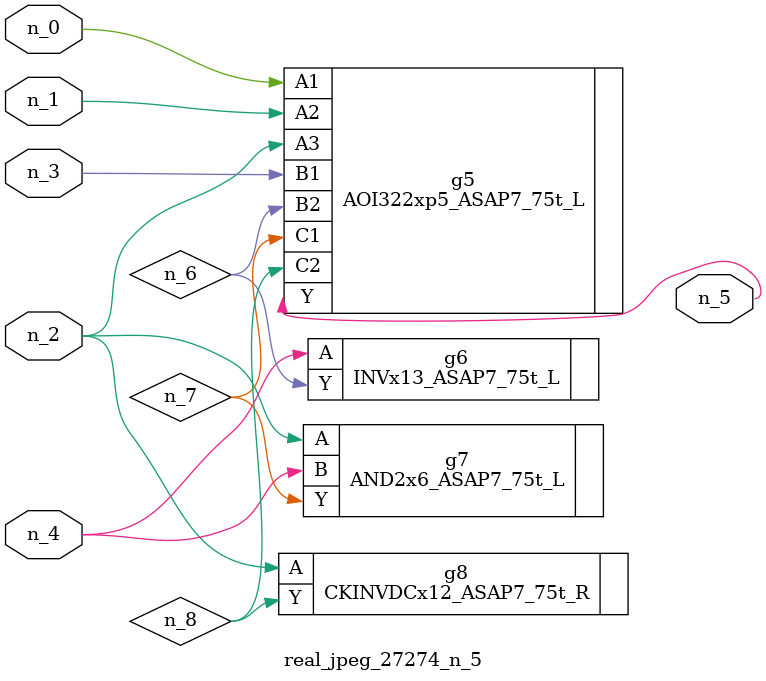
<source format=v>
module real_jpeg_27274_n_5 (n_4, n_0, n_1, n_2, n_3, n_5);

input n_4;
input n_0;
input n_1;
input n_2;
input n_3;

output n_5;

wire n_8;
wire n_6;
wire n_7;

AOI322xp5_ASAP7_75t_L g5 ( 
.A1(n_0),
.A2(n_1),
.A3(n_2),
.B1(n_3),
.B2(n_6),
.C1(n_7),
.C2(n_8),
.Y(n_5)
);

AND2x6_ASAP7_75t_L g7 ( 
.A(n_2),
.B(n_4),
.Y(n_7)
);

CKINVDCx12_ASAP7_75t_R g8 ( 
.A(n_2),
.Y(n_8)
);

INVx13_ASAP7_75t_L g6 ( 
.A(n_4),
.Y(n_6)
);


endmodule
</source>
